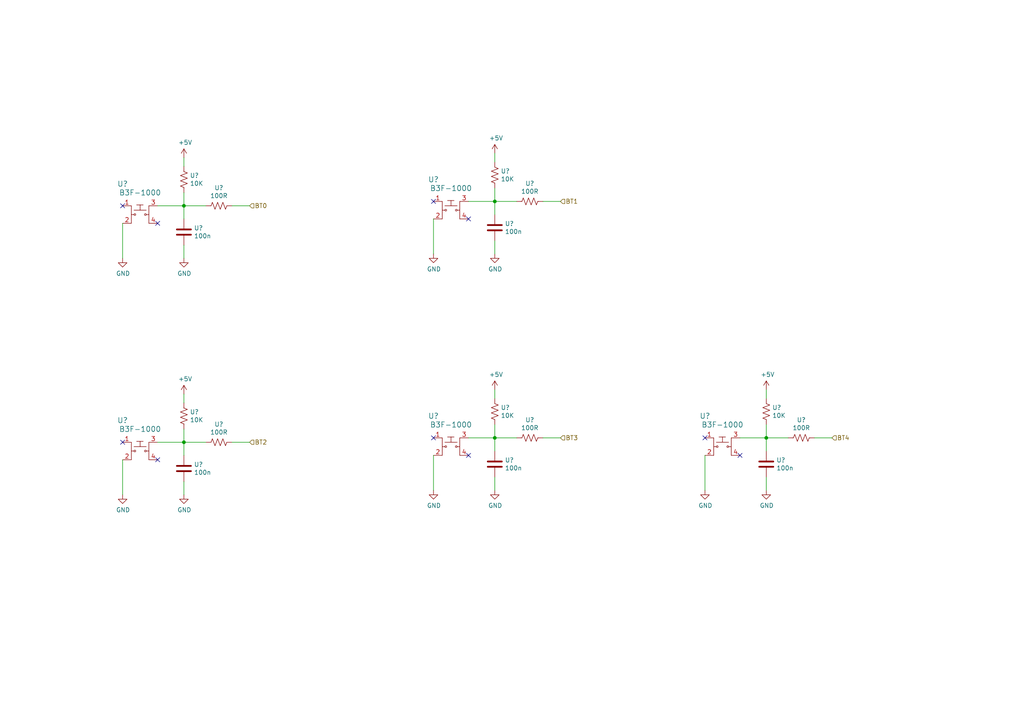
<source format=kicad_sch>
(kicad_sch (version 20211123) (generator eeschema)
  (paper "A4")
  (lib_symbols
    (symbol "MMTK-rescue:+5V-power-MMTK-rescue-MMTK-rescue" (power) (pin_names (offset 0))
      (property "Value" "MMTK-rescue_+5V-power-MMTK-rescue-MMTK-rescue" (at 0 3.556 0))
      (symbol "+5V-power-MMTK-rescue-MMTK-rescue_0_1"
        (polyline (pts (xy -0.762 1.27) (xy 0 2.54)))
        (polyline (pts (xy 0 0) (xy 0 2.54)))
        (polyline (pts (xy 0 2.54) (xy 0.762 1.27)))
      )
      (symbol "+5V-power-MMTK-rescue-MMTK-rescue_1_1"
        (pin power_in line (at 0 0 90) (length 0) hide (name "+5V") (number "1"))
      )
    )
    (symbol "MMTK-rescue:C-Device-MMTK-rescue-MMTK-rescue" (pin_numbers hide) (pin_names (offset 0.254))
      (property "Reference" "C" (at 0.635 2.54 0))
      (property "Value" "MMTK-rescue_C-Device-MMTK-rescue-MMTK-rescue" (at 0.635 -2.54 0))
      (symbol "C-Device-MMTK-rescue-MMTK-rescue_0_1"
        (polyline (pts (xy -2.032 -0.762) (xy 2.032 -0.762)) (stroke (width 0.508)))
        (polyline (pts (xy -2.032 0.762) (xy 2.032 0.762)) (stroke (width 0.508)))
      )
      (symbol "C-Device-MMTK-rescue-MMTK-rescue_1_1"
        (pin passive line (at 0 3.81 270) (length 2.794) (name "~") (number "1"))
        (pin passive line (at 0 -3.81 90) (length 2.794) (name "~") (number "2"))
      )
    )
    (symbol "MMTK-rescue:GND-power-MMTK-rescue-MMTK-rescue" (power) (pin_names (offset 0))
      (property "Value" "MMTK-rescue_GND-power-MMTK-rescue-MMTK-rescue" (at 0 -3.81 0))
      (symbol "GND-power-MMTK-rescue-MMTK-rescue_0_1"
        (polyline (pts (xy 0 0) (xy 0 -1.27) (xy 1.27 -1.27) (xy 0 -2.54) (xy -1.27 -1.27) (xy 0 -1.27)))
      )
      (symbol "GND-power-MMTK-rescue-MMTK-rescue_1_1"
        (pin power_in line (at 0 0 270) (length 0) hide (name "GND") (number "1"))
      )
    )
    (symbol "MMTK-rescue:R_US-Device-MMTK-rescue-MMTK-rescue" (pin_numbers hide) (pin_names (offset 0))
      (property "Reference" "R" (at 2.54 0 90))
      (property "Value" "MMTK-rescue_R_US-Device-MMTK-rescue-MMTK-rescue" (at -2.54 0 90))
      (symbol "R_US-Device-MMTK-rescue-MMTK-rescue_0_1"
        (polyline (pts (xy 0 -2.286) (xy 0 -2.54)))
        (polyline (pts (xy 0 2.286) (xy 0 2.54)))
        (polyline (pts (xy 0 -0.762) (xy 1.016 -1.143) (xy 0 -1.524) (xy -1.016 -1.905) (xy 0 -2.286)))
        (polyline (pts (xy 0 0.762) (xy 1.016 0.381) (xy 0 0) (xy -1.016 -0.381) (xy 0 -0.762)))
        (polyline (pts (xy 0 2.286) (xy 1.016 1.905) (xy 0 1.524) (xy -1.016 1.143) (xy 0 0.762)))
      )
      (symbol "R_US-Device-MMTK-rescue-MMTK-rescue_1_1"
        (pin passive line (at 0 3.81 270) (length 1.27) (name "~") (number "1"))
        (pin passive line (at 0 -3.81 90) (length 1.27) (name "~") (number "2"))
      )
    )
    (symbol "dk_Tactile-Switches:B3F-1000" (pin_names (offset 1.016))
      (property "Reference" "S" (at 0 5.08 0))
      (property "Value" "dk_Tactile-Switches_B3F-1000" (at 0 -5.08 0))
      (symbol "B3F-1000_0_1"
        (circle (center -1.524 0) (radius 0.254))
        (polyline (pts (xy -2.54 2.54) (xy -2.54 -2.54)))
        (polyline (pts (xy -1.778 0) (xy -2.54 0)))
        (polyline (pts (xy -1.778 1.27) (xy 1.778 1.27)))
        (polyline (pts (xy 2.54 -2.54) (xy 2.54 2.54)))
        (polyline (pts (xy 2.54 0) (xy 1.778 0)))
        (circle (center 1.524 0) (radius 0.254))
      )
      (symbol "B3F-1000_1_1"
        (polyline (pts (xy -1.016 2.794) (xy 0.889 2.794)))
        (polyline (pts (xy 0 2.794) (xy 0 1.27)))
        (pin passive line (at -5.08 2.54 0) (length 2.54) (name "~") (number "1"))
        (pin passive line (at -5.08 -2.54 0) (length 2.54) (name "~") (number "2"))
        (pin passive line (at 5.08 2.54 180) (length 2.54) (name "~") (number "3"))
        (pin passive line (at 5.08 -2.54 180) (length 2.54) (name "~") (number "4"))
      )
    )
  )
  (junction (at 222.25 127))
  (junction (at 53.34 128.27))
  (junction (at 143.51 127))
  (junction (at 143.51 58.42))
  (junction (at 53.34 59.69))
  (no_connect (at 214.63 132.08))
  (no_connect (at 35.56 128.27))
  (no_connect (at 125.73 127))
  (no_connect (at 35.56 59.69))
  (no_connect (at 125.73 58.42))
  (no_connect (at 204.47 127))
  (no_connect (at 45.72 133.35))
  (no_connect (at 135.89 132.08))
  (no_connect (at 45.72 64.77))
  (no_connect (at 135.89 63.5))
  (wire (pts (xy 67.31 128.27) (xy 72.39 128.27)))
  (wire (pts (xy 135.89 127) (xy 143.51 127)))
  (wire (pts (xy 53.34 45.72) (xy 53.34 48.26)))
  (wire (pts (xy 53.34 128.27) (xy 53.34 132.08)))
  (wire (pts (xy 53.34 59.69) (xy 59.69 59.69)))
  (wire (pts (xy 143.51 73.66) (xy 143.51 69.85)))
  (wire (pts (xy 143.51 127) (xy 149.86 127)))
  (wire (pts (xy 157.48 127) (xy 162.56 127)))
  (wire (pts (xy 143.51 127) (xy 143.51 130.81)))
  (wire (pts (xy 67.31 59.69) (xy 72.39 59.69)))
  (wire (pts (xy 222.25 123.19) (xy 222.25 127)))
  (wire (pts (xy 53.34 128.27) (xy 59.69 128.27)))
  (wire (pts (xy 143.51 58.42) (xy 149.86 58.42)))
  (wire (pts (xy 143.51 123.19) (xy 143.51 127)))
  (wire (pts (xy 222.25 127) (xy 222.25 130.81)))
  (wire (pts (xy 53.34 124.46) (xy 53.34 128.27)))
  (wire (pts (xy 53.34 114.3) (xy 53.34 116.84)))
  (wire (pts (xy 45.72 128.27) (xy 53.34 128.27)))
  (wire (pts (xy 45.72 59.69) (xy 53.34 59.69)))
  (wire (pts (xy 125.73 132.08) (xy 125.73 142.24)))
  (wire (pts (xy 204.47 132.08) (xy 204.47 142.24)))
  (wire (pts (xy 214.63 127) (xy 222.25 127)))
  (wire (pts (xy 53.34 55.88) (xy 53.34 59.69)))
  (wire (pts (xy 35.56 133.35) (xy 35.56 143.51)))
  (wire (pts (xy 35.56 64.77) (xy 35.56 74.93)))
  (wire (pts (xy 236.22 127) (xy 241.3 127)))
  (wire (pts (xy 53.34 74.93) (xy 53.34 71.12)))
  (wire (pts (xy 125.73 63.5) (xy 125.73 73.66)))
  (wire (pts (xy 143.51 44.45) (xy 143.51 46.99)))
  (wire (pts (xy 135.89 58.42) (xy 143.51 58.42)))
  (wire (pts (xy 53.34 143.51) (xy 53.34 139.7)))
  (wire (pts (xy 143.51 58.42) (xy 143.51 62.23)))
  (wire (pts (xy 222.25 113.03) (xy 222.25 115.57)))
  (wire (pts (xy 222.25 127) (xy 228.6 127)))
  (wire (pts (xy 222.25 142.24) (xy 222.25 138.43)))
  (wire (pts (xy 157.48 58.42) (xy 162.56 58.42)))
  (wire (pts (xy 53.34 59.69) (xy 53.34 63.5)))
  (wire (pts (xy 143.51 142.24) (xy 143.51 138.43)))
  (wire (pts (xy 143.51 113.03) (xy 143.51 115.57)))
  (wire (pts (xy 143.51 54.61) (xy 143.51 58.42)))
  (hierarchical_label "BT3" (shape input) (at 162.56 127 0))
  (hierarchical_label "BT1" (shape input) (at 162.56 58.42 0))
  (hierarchical_label "BT2" (shape input) (at 72.39 128.27 0))
  (hierarchical_label "BT0" (shape input) (at 72.39 59.69 0))
  (hierarchical_label "BT4" (shape input) (at 241.3 127 0))
  (symbol (lib_id "dk_Tactile-Switches:B3F-1000") (at 40.64 62.23 0) (unit 1)
    (property "Value" "B3F-1000" (at 40.64 55.88 0) (effects (font (size 1.524 1.524))))
    (property "Footprint" "digikey-footprints:Switch_Tactile_SMD_6x6mm" (effects hide))
    (property "Datasheet" "https://omronfs.omron.com/en_US/ecb/products/pdf/en-b3f.pdf" (effects hide))
    (property "Digi-Key_PN" "SW400-ND" (effects hide))
    (property "MPN" "B3F-1000" (effects hide))
    (property "Category" "Switches" (effects hide))
    (property "Family" "Tactile Switches" (effects hide))
    (property "DK_Datasheet_Link" "https://omronfs.omron.com/en_US/ecb/products/pdf/en-b3f.pdf" (effects hide))
    (property "DK_Detail_Page" "/product-detail/en/omron-electronics-inc-emc-div/B3F-1000/SW400-ND/33150" (effects hide))
    (property "Description" "SWITCH TACTILE SPST-NO 0.05A 24V" (effects hide))
    (property "Manufacturer" "Omron Electronics Inc-EMC Div" (effects hide))
    (property "Status" "Active" (effects hide))
  )
  (symbol (lib_id "MMTK-rescue:+5V-power-MMTK-rescue-MMTK-rescue") (at 53.34 45.72 0) (unit 1)
    (property "Value" "+5V" (at 53.721 41.3258 0))
  )
  (symbol (lib_id "MMTK-rescue:GND-power-MMTK-rescue-MMTK-rescue") (at 35.56 74.93 0) (unit 1)
    (property "Value" "GND" (at 35.687 79.3242 0))
  )
  (symbol (lib_id "MMTK-rescue:R_US-Device-MMTK-rescue-MMTK-rescue") (at 53.34 52.07 0) (unit 1)
    (property "Value" "10K" (at 55.0672 53.213 0) (effects (justify left)))
    (property "Footprint" "Resistor_SMD:R_0603_1608Metric" (effects hide))
  )
  (symbol (lib_id "MMTK-rescue:C-Device-MMTK-rescue-MMTK-rescue") (at 53.34 67.31 0) (unit 1)
    (property "Value" "100n" (at 56.261 68.453 0) (effects (justify left)))
    (property "Footprint" "Capacitor_SMD:C_0603_1608Metric" (effects hide))
  )
  (symbol (lib_id "MMTK-rescue:GND-power-MMTK-rescue-MMTK-rescue") (at 53.34 74.93 0) (unit 1)
    (property "Value" "GND" (at 53.467 79.3242 0))
  )
  (symbol (lib_id "MMTK-rescue:R_US-Device-MMTK-rescue-MMTK-rescue") (at 63.5 59.69 270) (unit 1)
    (property "Value" "100R" (at 63.5 56.7944 90))
    (property "Footprint" "Resistor_SMD:R_0603_1608Metric" (effects hide))
  )
  (symbol (lib_id "dk_Tactile-Switches:B3F-1000") (at 130.81 60.96 0) (unit 1)
    (property "Value" "B3F-1000" (at 130.81 54.61 0) (effects (font (size 1.524 1.524))))
    (property "Footprint" "digikey-footprints:Switch_Tactile_SMD_6x6mm" (effects hide))
    (property "Datasheet" "https://omronfs.omron.com/en_US/ecb/products/pdf/en-b3f.pdf" (effects hide))
    (property "Digi-Key_PN" "SW400-ND" (effects hide))
    (property "MPN" "B3F-1000" (effects hide))
    (property "Category" "Switches" (effects hide))
    (property "Family" "Tactile Switches" (effects hide))
    (property "DK_Datasheet_Link" "https://omronfs.omron.com/en_US/ecb/products/pdf/en-b3f.pdf" (effects hide))
    (property "DK_Detail_Page" "/product-detail/en/omron-electronics-inc-emc-div/B3F-1000/SW400-ND/33150" (effects hide))
    (property "Description" "SWITCH TACTILE SPST-NO 0.05A 24V" (effects hide))
    (property "Manufacturer" "Omron Electronics Inc-EMC Div" (effects hide))
    (property "Status" "Active" (effects hide))
  )
  (symbol (lib_id "MMTK-rescue:+5V-power-MMTK-rescue-MMTK-rescue") (at 143.51 44.45 0) (unit 1)
    (property "Value" "+5V" (at 143.891 40.0558 0))
  )
  (symbol (lib_id "MMTK-rescue:R_US-Device-MMTK-rescue-MMTK-rescue") (at 143.51 50.8 0) (unit 1)
    (property "Value" "10K" (at 145.2372 51.943 0) (effects (justify left)))
    (property "Footprint" "Resistor_SMD:R_0603_1608Metric" (effects hide))
  )
  (symbol (lib_id "MMTK-rescue:C-Device-MMTK-rescue-MMTK-rescue") (at 143.51 66.04 0) (unit 1)
    (property "Value" "100n" (at 146.431 67.183 0) (effects (justify left)))
    (property "Footprint" "Capacitor_SMD:C_0603_1608Metric" (effects hide))
  )
  (symbol (lib_id "MMTK-rescue:GND-power-MMTK-rescue-MMTK-rescue") (at 125.73 73.66 0) (unit 1)
    (property "Value" "GND" (at 125.857 78.0542 0))
  )
  (symbol (lib_id "MMTK-rescue:GND-power-MMTK-rescue-MMTK-rescue") (at 143.51 73.66 0) (unit 1)
    (property "Value" "GND" (at 143.637 78.0542 0))
  )
  (symbol (lib_id "MMTK-rescue:R_US-Device-MMTK-rescue-MMTK-rescue") (at 153.67 58.42 270) (unit 1)
    (property "Value" "100R" (at 153.67 55.5244 90))
    (property "Footprint" "Resistor_SMD:R_0603_1608Metric" (effects hide))
  )
  (symbol (lib_id "dk_Tactile-Switches:B3F-1000") (at 40.64 130.81 0) (unit 1)
    (property "Value" "B3F-1000" (at 40.64 124.46 0) (effects (font (size 1.524 1.524))))
    (property "Footprint" "digikey-footprints:Switch_Tactile_SMD_6x6mm" (effects hide))
    (property "Datasheet" "https://omronfs.omron.com/en_US/ecb/products/pdf/en-b3f.pdf" (effects hide))
    (property "Digi-Key_PN" "SW400-ND" (effects hide))
    (property "MPN" "B3F-1000" (effects hide))
    (property "Category" "Switches" (effects hide))
    (property "Family" "Tactile Switches" (effects hide))
    (property "DK_Datasheet_Link" "https://omronfs.omron.com/en_US/ecb/products/pdf/en-b3f.pdf" (effects hide))
    (property "DK_Detail_Page" "/product-detail/en/omron-electronics-inc-emc-div/B3F-1000/SW400-ND/33150" (effects hide))
    (property "Description" "SWITCH TACTILE SPST-NO 0.05A 24V" (effects hide))
    (property "Manufacturer" "Omron Electronics Inc-EMC Div" (effects hide))
    (property "Status" "Active" (effects hide))
  )
  (symbol (lib_id "MMTK-rescue:+5V-power-MMTK-rescue-MMTK-rescue") (at 53.34 114.3 0) (unit 1)
    (property "Value" "+5V" (at 53.721 109.9058 0))
  )
  (symbol (lib_id "MMTK-rescue:R_US-Device-MMTK-rescue-MMTK-rescue") (at 53.34 120.65 0) (unit 1)
    (property "Value" "10K" (at 55.0672 121.793 0) (effects (justify left)))
    (property "Footprint" "Resistor_SMD:R_0603_1608Metric" (effects hide))
  )
  (symbol (lib_id "MMTK-rescue:C-Device-MMTK-rescue-MMTK-rescue") (at 53.34 135.89 0) (unit 1)
    (property "Value" "100n" (at 56.261 137.033 0) (effects (justify left)))
    (property "Footprint" "Capacitor_SMD:C_0603_1608Metric" (effects hide))
  )
  (symbol (lib_id "MMTK-rescue:GND-power-MMTK-rescue-MMTK-rescue") (at 35.56 143.51 0) (unit 1)
    (property "Value" "GND" (at 35.687 147.9042 0))
  )
  (symbol (lib_id "MMTK-rescue:GND-power-MMTK-rescue-MMTK-rescue") (at 53.34 143.51 0) (unit 1)
    (property "Value" "GND" (at 53.467 147.9042 0))
  )
  (symbol (lib_id "MMTK-rescue:R_US-Device-MMTK-rescue-MMTK-rescue") (at 63.5 128.27 270) (unit 1)
    (property "Value" "100R" (at 63.5 125.3744 90))
    (property "Footprint" "Resistor_SMD:R_0603_1608Metric" (effects hide))
  )
  (symbol (lib_id "dk_Tactile-Switches:B3F-1000") (at 130.81 129.54 0) (unit 1)
    (property "Value" "B3F-1000" (at 130.81 123.19 0) (effects (font (size 1.524 1.524))))
    (property "Footprint" "digikey-footprints:Switch_Tactile_SMD_6x6mm" (effects hide))
    (property "Datasheet" "https://omronfs.omron.com/en_US/ecb/products/pdf/en-b3f.pdf" (effects hide))
    (property "Digi-Key_PN" "SW400-ND" (effects hide))
    (property "MPN" "B3F-1000" (effects hide))
    (property "Category" "Switches" (effects hide))
    (property "Family" "Tactile Switches" (effects hide))
    (property "DK_Datasheet_Link" "https://omronfs.omron.com/en_US/ecb/products/pdf/en-b3f.pdf" (effects hide))
    (property "DK_Detail_Page" "/product-detail/en/omron-electronics-inc-emc-div/B3F-1000/SW400-ND/33150" (effects hide))
    (property "Description" "SWITCH TACTILE SPST-NO 0.05A 24V" (effects hide))
    (property "Manufacturer" "Omron Electronics Inc-EMC Div" (effects hide))
    (property "Status" "Active" (effects hide))
  )
  (symbol (lib_id "MMTK-rescue:+5V-power-MMTK-rescue-MMTK-rescue") (at 143.51 113.03 0) (unit 1)
    (property "Value" "+5V" (at 143.891 108.6358 0))
  )
  (symbol (lib_id "MMTK-rescue:R_US-Device-MMTK-rescue-MMTK-rescue") (at 143.51 119.38 0) (unit 1)
    (property "Value" "10K" (at 145.2372 120.523 0) (effects (justify left)))
    (property "Footprint" "Resistor_SMD:R_0603_1608Metric" (effects hide))
  )
  (symbol (lib_id "MMTK-rescue:C-Device-MMTK-rescue-MMTK-rescue") (at 143.51 134.62 0) (unit 1)
    (property "Value" "100n" (at 146.431 135.763 0) (effects (justify left)))
    (property "Footprint" "Capacitor_SMD:C_0603_1608Metric" (effects hide))
  )
  (symbol (lib_id "MMTK-rescue:GND-power-MMTK-rescue-MMTK-rescue") (at 125.73 142.24 0) (unit 1)
    (property "Value" "GND" (at 125.857 146.6342 0))
  )
  (symbol (lib_id "MMTK-rescue:GND-power-MMTK-rescue-MMTK-rescue") (at 143.51 142.24 0) (unit 1)
    (property "Value" "GND" (at 143.637 146.6342 0))
  )
  (symbol (lib_id "MMTK-rescue:R_US-Device-MMTK-rescue-MMTK-rescue") (at 153.67 127 270) (unit 1)
    (property "Value" "100R" (at 153.67 124.1044 90))
    (property "Footprint" "Resistor_SMD:R_0603_1608Metric" (effects hide))
  )
  (symbol (lib_id "dk_Tactile-Switches:B3F-1000") (at 209.55 129.54 0) (unit 1)
    (property "Value" "B3F-1000" (at 209.55 123.19 0) (effects (font (size 1.524 1.524))))
    (property "Footprint" "digikey-footprints:Switch_Tactile_SMD_6x6mm" (effects hide))
    (property "Datasheet" "https://omronfs.omron.com/en_US/ecb/products/pdf/en-b3f.pdf" (effects hide))
    (property "Digi-Key_PN" "SW400-ND" (effects hide))
    (property "MPN" "B3F-1000" (effects hide))
    (property "Category" "Switches" (effects hide))
    (property "Family" "Tactile Switches" (effects hide))
    (property "DK_Datasheet_Link" "https://omronfs.omron.com/en_US/ecb/products/pdf/en-b3f.pdf" (effects hide))
    (property "DK_Detail_Page" "/product-detail/en/omron-electronics-inc-emc-div/B3F-1000/SW400-ND/33150" (effects hide))
    (property "Description" "SWITCH TACTILE SPST-NO 0.05A 24V" (effects hide))
    (property "Manufacturer" "Omron Electronics Inc-EMC Div" (effects hide))
    (property "Status" "Active" (effects hide))
  )
  (symbol (lib_id "MMTK-rescue:+5V-power-MMTK-rescue-MMTK-rescue") (at 222.25 113.03 0) (unit 1)
    (property "Value" "+5V" (at 222.631 108.6358 0))
  )
  (symbol (lib_id "MMTK-rescue:R_US-Device-MMTK-rescue-MMTK-rescue") (at 222.25 119.38 0) (unit 1)
    (property "Value" "10K" (at 223.9772 120.523 0) (effects (justify left)))
    (property "Footprint" "Resistor_SMD:R_0603_1608Metric" (effects hide))
  )
  (symbol (lib_id "MMTK-rescue:C-Device-MMTK-rescue-MMTK-rescue") (at 222.25 134.62 0) (unit 1)
    (property "Value" "100n" (at 225.171 135.763 0) (effects (justify left)))
    (property "Footprint" "Capacitor_SMD:C_0603_1608Metric" (effects hide))
  )
  (symbol (lib_id "MMTK-rescue:GND-power-MMTK-rescue-MMTK-rescue") (at 204.47 142.24 0) (unit 1)
    (property "Value" "GND" (at 204.597 146.6342 0))
  )
  (symbol (lib_id "MMTK-rescue:GND-power-MMTK-rescue-MMTK-rescue") (at 222.25 142.24 0) (unit 1)
    (property "Value" "GND" (at 222.377 146.6342 0))
  )
  (symbol (lib_id "MMTK-rescue:R_US-Device-MMTK-rescue-MMTK-rescue") (at 232.41 127 270) (unit 1)
    (property "Value" "100R" (at 232.41 124.1044 90))
    (property "Footprint" "Resistor_SMD:R_0603_1608Metric" (effects hide))
  )
)
</source>
